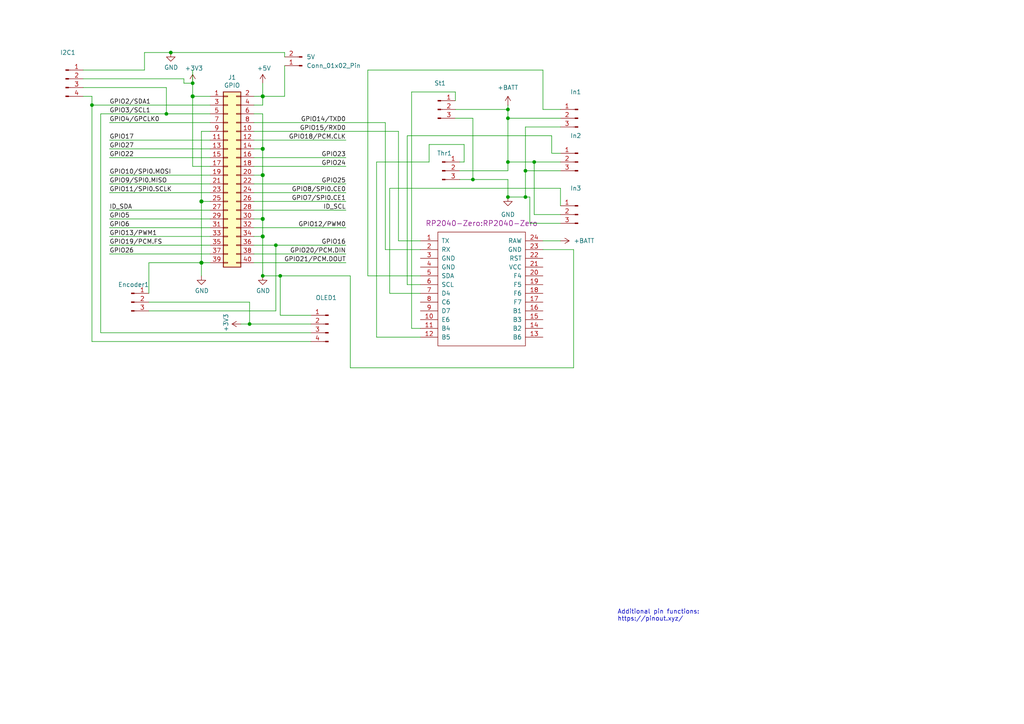
<source format=kicad_sch>
(kicad_sch (version 20231120) (generator "eeschema") (generator_version "8.0")
  (paper "A4")
  (title_block (date "15 nov 2012"))
  (lib_symbols
    (symbol "Connector:Conn_01x02_Pin" (pin_names (offset 1.016) hide)
      (property "Reference" "J" (at 0 2.54 0))
      (property "Value" "Conn_01x02_Pin" (at 0 -5.08 0))
      (symbol "Conn_01x02_Pin_1_1"
        (polyline (pts (xy 1.27 -2.54) (xy 0.8636 -2.54)) (stroke (width 0.1524)))
        (polyline (pts (xy 1.27 0) (xy 0.8636 0)) (stroke (width 0.1524)))
        (rectangle (start 0.8636 -2.413) (end 0 -2.667) (stroke (width 0.1524)) (fill (type outline)))
        (rectangle (start 0.8636 0.127) (end 0 -0.127) (stroke (width 0.1524)) (fill (type outline)))
        (pin passive line (at 5.08 0 180) (length 3.81) (name "Pin_1") (number "1"))
        (pin passive line (at 5.08 -2.54 180) (length 3.81) (name "Pin_2") (number "2"))
      )
    )
    (symbol "Connector:Conn_01x03_Pin" (pin_names (offset 1.016) hide)
      (property "Reference" "J" (at 0 5.08 0))
      (property "Value" "Conn_01x03_Pin" (at 0 -5.08 0))
      (symbol "Conn_01x03_Pin_1_1"
        (polyline (pts (xy 1.27 -2.54) (xy 0.8636 -2.54)) (stroke (width 0.1524)))
        (polyline (pts (xy 1.27 0) (xy 0.8636 0)) (stroke (width 0.1524)))
        (polyline (pts (xy 1.27 2.54) (xy 0.8636 2.54)) (stroke (width 0.1524)))
        (rectangle (start 0.8636 -2.413) (end 0 -2.667) (stroke (width 0.1524)) (fill (type outline)))
        (rectangle (start 0.8636 0.127) (end 0 -0.127) (stroke (width 0.1524)) (fill (type outline)))
        (rectangle (start 0.8636 2.667) (end 0 2.413) (stroke (width 0.1524)) (fill (type outline)))
        (pin passive line (at 5.08 2.54 180) (length 3.81) (name "Pin_1") (number "1"))
        (pin passive line (at 5.08 0 180) (length 3.81) (name "Pin_2") (number "2"))
        (pin passive line (at 5.08 -2.54 180) (length 3.81) (name "Pin_3") (number "3"))
      )
    )
    (symbol "Connector:Conn_01x04_Pin" (pin_names (offset 1.016) hide)
      (property "Reference" "J" (at 0 5.08 0))
      (property "Value" "Conn_01x04_Pin" (at 0 -7.62 0))
      (symbol "Conn_01x04_Pin_1_1"
        (polyline (pts (xy 1.27 -5.08) (xy 0.8636 -5.08)) (stroke (width 0.1524)))
        (polyline (pts (xy 1.27 -2.54) (xy 0.8636 -2.54)) (stroke (width 0.1524)))
        (polyline (pts (xy 1.27 0) (xy 0.8636 0)) (stroke (width 0.1524)))
        (polyline (pts (xy 1.27 2.54) (xy 0.8636 2.54)) (stroke (width 0.1524)))
        (rectangle (start 0.8636 -4.953) (end 0 -5.207) (stroke (width 0.1524)) (fill (type outline)))
        (rectangle (start 0.8636 -2.413) (end 0 -2.667) (stroke (width 0.1524)) (fill (type outline)))
        (rectangle (start 0.8636 0.127) (end 0 -0.127) (stroke (width 0.1524)) (fill (type outline)))
        (rectangle (start 0.8636 2.667) (end 0 2.413) (stroke (width 0.1524)) (fill (type outline)))
        (pin passive line (at 5.08 2.54 180) (length 3.81) (name "Pin_1") (number "1"))
        (pin passive line (at 5.08 0 180) (length 3.81) (name "Pin_2") (number "2"))
        (pin passive line (at 5.08 -2.54 180) (length 3.81) (name "Pin_3") (number "3"))
        (pin passive line (at 5.08 -5.08 180) (length 3.81) (name "Pin_4") (number "4"))
      )
    )
    (symbol "Connector_Generic:Conn_02x20_Odd_Even" (pin_names (offset 1.016) hide)
      (property "Reference" "J" (at 1.27 25.4 0))
      (property "Value" "Conn_02x20_Odd_Even" (at 1.27 -27.94 0))
      (symbol "Conn_02x20_Odd_Even_1_1"
        (rectangle (start -1.27 -25.273) (end 0 -25.527) (stroke (width 0.1524)))
        (rectangle (start -1.27 -22.733) (end 0 -22.987) (stroke (width 0.1524)))
        (rectangle (start -1.27 -20.193) (end 0 -20.447) (stroke (width 0.1524)))
        (rectangle (start -1.27 -17.653) (end 0 -17.907) (stroke (width 0.1524)))
        (rectangle (start -1.27 -15.113) (end 0 -15.367) (stroke (width 0.1524)))
        (rectangle (start -1.27 -12.573) (end 0 -12.827) (stroke (width 0.1524)))
        (rectangle (start -1.27 -10.033) (end 0 -10.287) (stroke (width 0.1524)))
        (rectangle (start -1.27 -7.493) (end 0 -7.747) (stroke (width 0.1524)))
        (rectangle (start -1.27 -4.953) (end 0 -5.207) (stroke (width 0.1524)))
        (rectangle (start -1.27 -2.413) (end 0 -2.667) (stroke (width 0.1524)))
        (rectangle (start -1.27 0.127) (end 0 -0.127) (stroke (width 0.1524)))
        (rectangle (start -1.27 2.667) (end 0 2.413) (stroke (width 0.1524)))
        (rectangle (start -1.27 5.207) (end 0 4.953) (stroke (width 0.1524)))
        (rectangle (start -1.27 7.747) (end 0 7.493) (stroke (width 0.1524)))
        (rectangle (start -1.27 10.287) (end 0 10.033) (stroke (width 0.1524)))
        (rectangle (start -1.27 12.827) (end 0 12.573) (stroke (width 0.1524)))
        (rectangle (start -1.27 15.367) (end 0 15.113) (stroke (width 0.1524)))
        (rectangle (start -1.27 17.907) (end 0 17.653) (stroke (width 0.1524)))
        (rectangle (start -1.27 20.447) (end 0 20.193) (stroke (width 0.1524)))
        (rectangle (start -1.27 22.987) (end 0 22.733) (stroke (width 0.1524)))
        (rectangle (start -1.27 24.13) (end 3.81 -26.67) (stroke (width 0.254)) (fill (type background)))
        (rectangle (start 3.81 -25.273) (end 2.54 -25.527) (stroke (width 0.1524)))
        (rectangle (start 3.81 -22.733) (end 2.54 -22.987) (stroke (width 0.1524)))
        (rectangle (start 3.81 -20.193) (end 2.54 -20.447) (stroke (width 0.1524)))
        (rectangle (start 3.81 -17.653) (end 2.54 -17.907) (stroke (width 0.1524)))
        (rectangle (start 3.81 -15.113) (end 2.54 -15.367) (stroke (width 0.1524)))
        (rectangle (start 3.81 -12.573) (end 2.54 -12.827) (stroke (width 0.1524)))
        (rectangle (start 3.81 -10.033) (end 2.54 -10.287) (stroke (width 0.1524)))
        (rectangle (start 3.81 -7.493) (end 2.54 -7.747) (stroke (width 0.1524)))
        (rectangle (start 3.81 -4.953) (end 2.54 -5.207) (stroke (width 0.1524)))
        (rectangle (start 3.81 -2.413) (end 2.54 -2.667) (stroke (width 0.1524)))
        (rectangle (start 3.81 0.127) (end 2.54 -0.127) (stroke (width 0.1524)))
        (rectangle (start 3.81 2.667) (end 2.54 2.413) (stroke (width 0.1524)))
        (rectangle (start 3.81 5.207) (end 2.54 4.953) (stroke (width 0.1524)))
        (rectangle (start 3.81 7.747) (end 2.54 7.493) (stroke (width 0.1524)))
        (rectangle (start 3.81 10.287) (end 2.54 10.033) (stroke (width 0.1524)))
        (rectangle (start 3.81 12.827) (end 2.54 12.573) (stroke (width 0.1524)))
        (rectangle (start 3.81 15.367) (end 2.54 15.113) (stroke (width 0.1524)))
        (rectangle (start 3.81 17.907) (end 2.54 17.653) (stroke (width 0.1524)))
        (rectangle (start 3.81 20.447) (end 2.54 20.193) (stroke (width 0.1524)))
        (rectangle (start 3.81 22.987) (end 2.54 22.733) (stroke (width 0.1524)))
        (pin passive line (at -5.08 22.86 0) (length 3.81) (name "Pin_1") (number "1"))
        (pin passive line (at 7.62 12.7 180) (length 3.81) (name "Pin_10") (number "10"))
        (pin passive line (at -5.08 10.16 0) (length 3.81) (name "Pin_11") (number "11"))
        (pin passive line (at 7.62 10.16 180) (length 3.81) (name "Pin_12") (number "12"))
        (pin passive line (at -5.08 7.62 0) (length 3.81) (name "Pin_13") (number "13"))
        (pin passive line (at 7.62 7.62 180) (length 3.81) (name "Pin_14") (number "14"))
        (pin passive line (at -5.08 5.08 0) (length 3.81) (name "Pin_15") (number "15"))
        (pin passive line (at 7.62 5.08 180) (length 3.81) (name "Pin_16") (number "16"))
        (pin passive line (at -5.08 2.54 0) (length 3.81) (name "Pin_17") (number "17"))
        (pin passive line (at 7.62 2.54 180) (length 3.81) (name "Pin_18") (number "18"))
        (pin passive line (at -5.08 0 0) (length 3.81) (name "Pin_19") (number "19"))
        (pin passive line (at 7.62 22.86 180) (length 3.81) (name "Pin_2") (number "2"))
        (pin passive line (at 7.62 0 180) (length 3.81) (name "Pin_20") (number "20"))
        (pin passive line (at -5.08 -2.54 0) (length 3.81) (name "Pin_21") (number "21"))
        (pin passive line (at 7.62 -2.54 180) (length 3.81) (name "Pin_22") (number "22"))
        (pin passive line (at -5.08 -5.08 0) (length 3.81) (name "Pin_23") (number "23"))
        (pin passive line (at 7.62 -5.08 180) (length 3.81) (name "Pin_24") (number "24"))
        (pin passive line (at -5.08 -7.62 0) (length 3.81) (name "Pin_25") (number "25"))
        (pin passive line (at 7.62 -7.62 180) (length 3.81) (name "Pin_26") (number "26"))
        (pin passive line (at -5.08 -10.16 0) (length 3.81) (name "Pin_27") (number "27"))
        (pin passive line (at 7.62 -10.16 180) (length 3.81) (name "Pin_28") (number "28"))
        (pin passive line (at -5.08 -12.7 0) (length 3.81) (name "Pin_29") (number "29"))
        (pin passive line (at -5.08 20.32 0) (length 3.81) (name "Pin_3") (number "3"))
        (pin passive line (at 7.62 -12.7 180) (length 3.81) (name "Pin_30") (number "30"))
        (pin passive line (at -5.08 -15.24 0) (length 3.81) (name "Pin_31") (number "31"))
        (pin passive line (at 7.62 -15.24 180) (length 3.81) (name "Pin_32") (number "32"))
        (pin passive line (at -5.08 -17.78 0) (length 3.81) (name "Pin_33") (number "33"))
        (pin passive line (at 7.62 -17.78 180) (length 3.81) (name "Pin_34") (number "34"))
        (pin passive line (at -5.08 -20.32 0) (length 3.81) (name "Pin_35") (number "35"))
        (pin passive line (at 7.62 -20.32 180) (length 3.81) (name "Pin_36") (number "36"))
        (pin passive line (at -5.08 -22.86 0) (length 3.81) (name "Pin_37") (number "37"))
        (pin passive line (at 7.62 -22.86 180) (length 3.81) (name "Pin_38") (number "38"))
        (pin passive line (at -5.08 -25.4 0) (length 3.81) (name "Pin_39") (number "39"))
        (pin passive line (at 7.62 20.32 180) (length 3.81) (name "Pin_4") (number "4"))
        (pin passive line (at 7.62 -25.4 180) (length 3.81) (name "Pin_40") (number "40"))
        (pin passive line (at -5.08 17.78 0) (length 3.81) (name "Pin_5") (number "5"))
        (pin passive line (at 7.62 17.78 180) (length 3.81) (name "Pin_6") (number "6"))
        (pin passive line (at -5.08 15.24 0) (length 3.81) (name "Pin_7") (number "7"))
        (pin passive line (at 7.62 15.24 180) (length 3.81) (name "Pin_8") (number "8"))
        (pin passive line (at -5.08 12.7 0) (length 3.81) (name "Pin_9") (number "9"))
      )
    )
    (symbol "GND_1" (power) (pin_numbers hide) (pin_names (offset 0) hide)
      (property "Value" "GND" (at 0 -3.81 0))
      (symbol "GND_1_0_1"
        (polyline (pts (xy 0 0) (xy 0 -1.27) (xy 1.27 -1.27) (xy 0 -2.54) (xy -1.27 -1.27) (xy 0 -1.27)))
      )
      (symbol "GND_1_1_1"
        (pin power_in line (at 0 0 270) (length 0) (name "~") (number "1"))
      )
    )
    (symbol "power:+3.3V" (power) (pin_names (offset 0))
      (property "Value" "+3.3V" (at 0 3.556 0))
      (symbol "+3.3V_0_1"
        (polyline (pts (xy -0.762 1.27) (xy 0 2.54)))
        (polyline (pts (xy 0 0) (xy 0 2.54)))
        (polyline (pts (xy 0 2.54) (xy 0.762 1.27)))
      )
      (symbol "+3.3V_1_1"
        (pin power_in line (at 0 0 90) (length 0) hide (name "+3V3") (number "1"))
      )
    )
    (symbol "power:+5V" (power) (pin_names (offset 0))
      (property "Value" "+5V" (at 0 3.556 0))
      (symbol "+5V_0_1"
        (polyline (pts (xy -0.762 1.27) (xy 0 2.54)))
        (polyline (pts (xy 0 0) (xy 0 2.54)))
        (polyline (pts (xy 0 2.54) (xy 0.762 1.27)))
      )
      (symbol "+5V_1_1"
        (pin power_in line (at 0 0 90) (length 0) hide (name "+5V") (number "1"))
      )
    )
    (symbol "power:+BATT" (power) (pin_numbers hide) (pin_names (offset 0) hide)
      (property "Value" "+BATT" (at 0 3.556 0))
      (symbol "+BATT_0_1"
        (polyline (pts (xy -0.762 1.27) (xy 0 2.54)))
        (polyline (pts (xy 0 0) (xy 0 2.54)))
        (polyline (pts (xy 0 2.54) (xy 0.762 1.27)))
      )
      (symbol "+BATT_1_1"
        (pin power_in line (at 0 0 90) (length 0) (name "~") (number "1"))
      )
    )
    (symbol "power:GND" (power) (pin_names (offset 0))
      (property "Value" "GND" (at 0 -3.81 0))
      (symbol "GND_0_1"
        (polyline (pts (xy 0 0) (xy 0 -1.27) (xy 1.27 -1.27) (xy 0 -2.54) (xy -1.27 -1.27) (xy 0 -1.27)))
      )
      (symbol "GND_1_1"
        (pin power_in line (at 0 0 270) (length 0) hide (name "GND") (number "1"))
      )
    )
    (symbol "promicro:ProMicro" (pin_names (offset 1.016))
      (property "Reference" "U" (at 0 24.13 0))
      (property "Value" "ProMicro" (at 0 -13.97 0))
      (symbol "ProMicro_0_1"
        (rectangle (start -12.7 21.59) (end 12.7 -11.43))
      )
      (symbol "ProMicro_1_1"
        (pin bidirectional line (at -17.78 19.05 0) (length 5.08) (name "TX") (number "1"))
        (pin bidirectional line (at -17.78 -3.81 0) (length 5.08) (name "E6") (number "10"))
        (pin bidirectional line (at -17.78 -6.35 0) (length 5.08) (name "B4") (number "11"))
        (pin bidirectional line (at -17.78 -8.89 0) (length 5.08) (name "B5") (number "12"))
        (pin bidirectional line (at 17.78 -8.89 180) (length 5.08) (name "B6") (number "13"))
        (pin bidirectional line (at 17.78 -6.35 180) (length 5.08) (name "B2") (number "14"))
        (pin bidirectional line (at 17.78 -3.81 180) (length 5.08) (name "B3") (number "15"))
        (pin bidirectional line (at 17.78 -1.27 180) (length 5.08) (name "B1") (number "16"))
        (pin bidirectional line (at 17.78 1.27 180) (length 5.08) (name "F7") (number "17"))
        (pin bidirectional line (at 17.78 3.81 180) (length 5.08) (name "F6") (number "18"))
        (pin bidirectional line (at 17.78 6.35 180) (length 5.08) (name "F5") (number "19"))
        (pin bidirectional line (at -17.78 16.51 0) (length 5.08) (name "RX") (number "2"))
        (pin bidirectional line (at 17.78 8.89 180) (length 5.08) (name "F4") (number "20"))
        (pin power_in line (at 17.78 11.43 180) (length 5.08) (name "VCC") (number "21"))
        (pin input line (at 17.78 13.97 180) (length 5.08) (name "RST") (number "22"))
        (pin power_in line (at 17.78 16.51 180) (length 5.08) (name "GND") (number "23"))
        (pin power_out line (at 17.78 19.05 180) (length 5.08) (name "RAW") (number "24"))
        (pin power_in line (at -17.78 13.97 0) (length 5.08) (name "GND") (number "3"))
        (pin power_in line (at -17.78 11.43 0) (length 5.08) (name "GND") (number "4"))
        (pin bidirectional line (at -17.78 8.89 0) (length 5.08) (name "SDA") (number "5"))
        (pin bidirectional line (at -17.78 6.35 0) (length 5.08) (name "SCL") (number "6"))
        (pin bidirectional line (at -17.78 3.81 0) (length 5.08) (name "D4") (number "7"))
        (pin bidirectional line (at -17.78 1.27 0) (length 5.08) (name "C6") (number "8"))
        (pin bidirectional line (at -17.78 -1.27 0) (length 5.08) (name "D7") (number "9"))
      )
    )
  )
  (junction (at 76.2 27.94) (diameter 1.016))
  (junction (at 76.2 43.18) (diameter 1.016))
  (junction (at 147.32 31.75))
  (junction (at 80.01 71.12))
  (junction (at 76.2 80.01))
  (junction (at 58.42 76.2) (diameter 1.016))
  (junction (at 55.88 24.13))
  (junction (at 58.42 58.42) (diameter 1.016))
  (junction (at 154.94 46.99))
  (junction (at 76.2 68.58) (diameter 1.016))
  (junction (at 48.26 33.02))
  (junction (at 147.32 34.29))
  (junction (at 152.4 49.53))
  (junction (at 76.2 63.5) (diameter 1.016))
  (junction (at 76.2 50.8) (diameter 1.016))
  (junction (at 26.67 30.48))
  (junction (at 147.32 46.99))
  (junction (at 137.16 52.07))
  (junction (at 72.39 93.98))
  (junction (at 152.4 57.15))
  (junction (at 81.28 80.01))
  (junction (at 147.32 57.15))
  (junction (at 55.88 27.94) (diameter 1.016))
  (junction (at 49.53 15.24))
  (wire (pts (xy 58.42 58.42) (xy 58.42 76.2)))
  (wire (pts (xy 73.66 58.42) (xy 100.33 58.42)))
  (wire (pts (xy 121.92 69.85) (xy 115.57 69.85)))
  (wire (pts (xy 60.96 40.64) (xy 31.75 40.64)))
  (wire (pts (xy 121.92 82.55) (xy 118.11 82.55)))
  (wire (pts (xy 76.2 33.02) (xy 76.2 43.18)))
  (wire (pts (xy 76.2 27.94) (xy 82.55 27.94)))
  (wire (pts (xy 118.11 82.55) (xy 118.11 39.37)))
  (wire (pts (xy 76.2 50.8) (xy 73.66 50.8)))
  (wire (pts (xy 124.46 46.99) (xy 124.46 41.91)))
  (wire (pts (xy 157.48 69.85) (xy 162.56 69.85)))
  (wire (pts (xy 121.92 85.09) (xy 113.03 85.09)))
  (wire (pts (xy 119.38 26.67) (xy 119.38 95.25)))
  (wire (pts (xy 76.2 63.5) (xy 76.2 68.58)))
  (wire (pts (xy 53.34 24.13) (xy 55.88 24.13)))
  (wire (pts (xy 80.01 71.12) (xy 100.33 71.12)))
  (wire (pts (xy 154.94 46.99) (xy 162.56 46.99)))
  (wire (pts (xy 82.55 15.24) (xy 82.55 16.51)))
  (wire (pts (xy 76.2 50.8) (xy 76.2 63.5)))
  (wire (pts (xy 162.56 54.61) (xy 162.56 59.69)))
  (wire (pts (xy 73.66 35.56) (xy 111.76 35.56)))
  (wire (pts (xy 58.42 38.1) (xy 58.42 58.42)))
  (wire (pts (xy 147.32 30.48) (xy 147.32 31.75)))
  (wire (pts (xy 81.28 80.01) (xy 101.6 80.01)))
  (wire (pts (xy 152.4 49.53) (xy 162.56 49.53)))
  (wire (pts (xy 166.37 72.39) (xy 157.48 72.39)))
  (wire (pts (xy 58.42 38.1) (xy 60.96 38.1)))
  (wire (pts (xy 73.66 55.88) (xy 100.33 55.88)))
  (wire (pts (xy 60.96 60.96) (xy 31.75 60.96)))
  (wire (pts (xy 41.91 20.32) (xy 41.91 15.24)))
  (wire (pts (xy 31.75 63.5) (xy 60.96 63.5)))
  (wire (pts (xy 43.18 87.63) (xy 72.39 87.63)))
  (wire (pts (xy 157.48 20.32) (xy 157.48 31.75)))
  (wire (pts (xy 152.4 49.53) (xy 152.4 36.83)))
  (wire (pts (xy 58.42 58.42) (xy 60.96 58.42)))
  (wire (pts (xy 101.6 80.01) (xy 101.6 106.68)))
  (wire (pts (xy 73.66 45.72) (xy 100.33 45.72)))
  (wire (pts (xy 43.18 90.17) (xy 80.01 90.17)))
  (wire (pts (xy 133.35 52.07) (xy 137.16 52.07)))
  (wire (pts (xy 147.32 34.29) (xy 147.32 46.99)))
  (wire (pts (xy 147.32 46.99) (xy 147.32 49.53)))
  (wire (pts (xy 49.53 15.24) (xy 82.55 15.24)))
  (wire (pts (xy 111.76 72.39) (xy 121.92 72.39)))
  (wire (pts (xy 80.01 90.17) (xy 80.01 71.12)))
  (wire (pts (xy 73.66 76.2) (xy 100.33 76.2)))
  (wire (pts (xy 58.42 76.2) (xy 58.42 80.01)))
  (wire (pts (xy 31.75 43.18) (xy 60.96 43.18)))
  (wire (pts (xy 55.88 20.32) (xy 55.88 24.13)))
  (wire (pts (xy 153.67 64.77) (xy 162.56 64.77)))
  (wire (pts (xy 137.16 52.07) (xy 147.32 52.07)))
  (wire (pts (xy 121.92 80.01) (xy 106.68 80.01)))
  (wire (pts (xy 24.13 25.4) (xy 48.26 25.4)))
  (wire (pts (xy 76.2 68.58) (xy 73.66 68.58)))
  (wire (pts (xy 109.22 46.99) (xy 124.46 46.99)))
  (wire (pts (xy 26.67 30.48) (xy 26.67 99.06)))
  (wire (pts (xy 152.4 36.83) (xy 162.56 36.83)))
  (wire (pts (xy 31.75 55.88) (xy 60.96 55.88)))
  (wire (pts (xy 133.35 49.53) (xy 147.32 49.53)))
  (wire (pts (xy 55.88 48.26) (xy 60.96 48.26)))
  (wire (pts (xy 154.94 62.23) (xy 154.94 46.99)))
  (wire (pts (xy 109.22 97.79) (xy 109.22 46.99)))
  (wire (pts (xy 124.46 41.91) (xy 134.62 41.91)))
  (wire (pts (xy 76.2 27.94) (xy 76.2 30.48)))
  (wire (pts (xy 76.2 43.18) (xy 76.2 50.8)))
  (wire (pts (xy 73.66 40.64) (xy 100.33 40.64)))
  (wire (pts (xy 48.26 25.4) (xy 48.26 33.02)))
  (wire (pts (xy 76.2 43.18) (xy 73.66 43.18)))
  (wire (pts (xy 106.68 80.01) (xy 106.68 20.32)))
  (wire (pts (xy 26.67 27.94) (xy 26.67 30.48)))
  (wire (pts (xy 113.03 54.61) (xy 162.56 54.61)))
  (wire (pts (xy 76.2 24.13) (xy 76.2 27.94)))
  (wire (pts (xy 111.76 35.56) (xy 111.76 72.39)))
  (wire (pts (xy 147.32 34.29) (xy 162.56 34.29)))
  (wire (pts (xy 31.75 35.56) (xy 60.96 35.56)))
  (wire (pts (xy 76.2 27.94) (xy 73.66 27.94)))
  (wire (pts (xy 147.32 31.75) (xy 147.32 34.29)))
  (wire (pts (xy 55.88 27.94) (xy 55.88 48.26)))
  (wire (pts (xy 29.21 33.02) (xy 48.26 33.02)))
  (wire (pts (xy 73.66 48.26) (xy 100.33 48.26)))
  (wire (pts (xy 26.67 99.06) (xy 90.17 99.06)))
  (wire (pts (xy 73.66 38.1) (xy 115.57 38.1)))
  (wire (pts (xy 69.85 93.98) (xy 72.39 93.98)))
  (wire (pts (xy 160.02 44.45) (xy 162.56 44.45)))
  (wire (pts (xy 137.16 52.07) (xy 137.16 34.29)))
  (wire (pts (xy 118.11 39.37) (xy 160.02 39.37)))
  (wire (pts (xy 31.75 45.72) (xy 60.96 45.72)))
  (wire (pts (xy 31.75 53.34) (xy 60.96 53.34)))
  (wire (pts (xy 113.03 85.09) (xy 113.03 54.61)))
  (wire (pts (xy 166.37 106.68) (xy 166.37 72.39)))
  (wire (pts (xy 55.88 24.13) (xy 55.88 27.94)))
  (wire (pts (xy 31.75 66.04) (xy 60.96 66.04)))
  (wire (pts (xy 132.08 26.67) (xy 119.38 26.67)))
  (wire (pts (xy 157.48 31.75) (xy 162.56 31.75)))
  (wire (pts (xy 24.13 20.32) (xy 41.91 20.32)))
  (wire (pts (xy 76.2 30.48) (xy 73.66 30.48)))
  (wire (pts (xy 29.21 96.52) (xy 29.21 33.02)))
  (wire (pts (xy 154.94 62.23) (xy 162.56 62.23)))
  (wire (pts (xy 31.75 71.12) (xy 60.96 71.12)))
  (wire (pts (xy 134.62 41.91) (xy 134.62 46.99)))
  (wire (pts (xy 73.66 71.12) (xy 80.01 71.12)))
  (wire (pts (xy 132.08 29.21) (xy 132.08 26.67)))
  (wire (pts (xy 73.66 66.04) (xy 100.33 66.04)))
  (wire (pts (xy 147.32 46.99) (xy 154.94 46.99)))
  (wire (pts (xy 81.28 91.44) (xy 81.28 80.01)))
  (wire (pts (xy 58.42 76.2) (xy 60.96 76.2)))
  (wire (pts (xy 72.39 87.63) (xy 72.39 93.98)))
  (wire (pts (xy 73.66 73.66) (xy 100.33 73.66)))
  (wire (pts (xy 121.92 97.79) (xy 109.22 97.79)))
  (wire (pts (xy 76.2 33.02) (xy 73.66 33.02)))
  (wire (pts (xy 31.75 73.66) (xy 60.96 73.66)))
  (wire (pts (xy 41.91 15.24) (xy 49.53 15.24)))
  (wire (pts (xy 24.13 22.86) (xy 53.34 22.86)))
  (wire (pts (xy 134.62 46.99) (xy 133.35 46.99)))
  (wire (pts (xy 58.42 76.2) (xy 43.18 76.2)))
  (wire (pts (xy 132.08 31.75) (xy 147.32 31.75)))
  (wire (pts (xy 147.32 57.15) (xy 147.32 52.07)))
  (wire (pts (xy 53.34 22.86) (xy 53.34 24.13)))
  (wire (pts (xy 26.67 30.48) (xy 60.96 30.48)))
  (wire (pts (xy 137.16 34.29) (xy 132.08 34.29)))
  (wire (pts (xy 101.6 106.68) (xy 166.37 106.68)))
  (wire (pts (xy 76.2 68.58) (xy 76.2 80.01)))
  (wire (pts (xy 73.66 53.34) (xy 100.33 53.34)))
  (wire (pts (xy 60.96 68.58) (xy 31.75 68.58)))
  (wire (pts (xy 147.32 57.15) (xy 152.4 57.15)))
  (wire (pts (xy 43.18 76.2) (xy 43.18 85.09)))
  (wire (pts (xy 48.26 33.02) (xy 60.96 33.02)))
  (wire (pts (xy 106.68 20.32) (xy 157.48 20.32)))
  (wire (pts (xy 160.02 39.37) (xy 160.02 44.45)))
  (wire (pts (xy 152.4 57.15) (xy 152.4 49.53)))
  (wire (pts (xy 152.4 57.15) (xy 153.67 57.15)))
  (wire (pts (xy 81.28 91.44) (xy 90.17 91.44)))
  (wire (pts (xy 76.2 63.5) (xy 73.66 63.5)))
  (wire (pts (xy 24.13 27.94) (xy 26.67 27.94)))
  (wire (pts (xy 55.88 27.94) (xy 60.96 27.94)))
  (wire (pts (xy 72.39 93.98) (xy 90.17 93.98)))
  (wire (pts (xy 115.57 69.85) (xy 115.57 38.1)))
  (wire (pts (xy 153.67 57.15) (xy 153.67 64.77)))
  (wire (pts (xy 90.17 96.52) (xy 29.21 96.52)))
  (wire (pts (xy 60.96 50.8) (xy 31.75 50.8)))
  (wire (pts (xy 73.66 60.96) (xy 100.33 60.96)))
  (wire (pts (xy 76.2 80.01) (xy 81.28 80.01)))
  (wire (pts (xy 119.38 95.25) (xy 121.92 95.25)))
  (wire (pts (xy 82.55 19.05) (xy 82.55 27.94)))
  (text "Additional pin functions:\nhttps://pinout.xyz/" (at 179.07 180.34 0) (effects (font (size 1.27 1.27)) (justify left bottom)))
  (label "ID_SDA" (at 31.75 60.96 0))
  (label "GPIO6" (at 31.75 66.04 0))
  (label "ID_SCL" (at 100.33 60.96 180))
  (label "GPIO5" (at 31.75 63.5 0))
  (label "GPIO21{slash}PCM.DOUT" (at 100.33 76.2 180))
  (label "GPIO19{slash}PCM.FS" (at 31.75 71.12 0))
  (label "GPIO10{slash}SPI0.MOSI" (at 31.75 50.8 0))
  (label "GPIO9{slash}SPI0.MISO" (at 31.75 53.34 0))
  (label "GPIO23" (at 100.33 45.72 180))
  (label "GPIO4{slash}GPCLK0" (at 31.75 35.56 0))
  (label "GPIO27" (at 31.75 43.18 0))
  (label "GPIO26" (at 31.75 73.66 0))
  (label "GPIO14{slash}TXD0" (at 100.33 35.56 180))
  (label "GPIO8{slash}SPI0.CE0" (at 100.33 55.88 180))
  (label "GPIO15{slash}RXD0" (at 100.33 38.1 180))
  (label "GPIO16" (at 100.33 71.12 180))
  (label "GPIO22" (at 31.75 45.72 0))
  (label "GPIO2{slash}SDA1" (at 31.75 30.48 0))
  (label "GPIO17" (at 31.75 40.64 0))
  (label "GPIO25" (at 100.33 53.34 180))
  (label "GPIO3{slash}SCL1" (at 31.75 33.02 0))
  (label "GPIO18{slash}PCM.CLK" (at 100.33 40.64 180))
  (label "GPIO12{slash}PWM0" (at 100.33 66.04 180))
  (label "GPIO13{slash}PWM1" (at 31.75 68.58 0))
  (label "GPIO20{slash}PCM.DIN" (at 100.33 73.66 180))
  (label "GPIO24" (at 100.33 48.26 180))
  (label "GPIO7{slash}SPI0.CE1" (at 100.33 58.42 180))
  (label "GPIO11{slash}SPI0.SCLK" (at 31.75 55.88 0))
  (symbol (lib_id "power:+5V") (at 76.2 24.13 0) (unit 1)
    (property "Reference" "#PWR01" (effects (hide yes)))
    (property "Value" "+5V" (at 76.5683 19.8056 0))
  )
  (symbol (lib_id "power:+3.3V") (at 55.88 24.13 0) (unit 1)
    (property "Reference" "#PWR04" (effects (hide yes)))
    (property "Value" "+3V3" (at 56.2483 19.8056 0))
  )
  (symbol (lib_id "power:GND") (at 76.2 80.01 0) (unit 1)
    (property "Reference" "#PWR02" (effects (hide yes)))
    (property "Value" "GND" (at 76.3143 84.3344 0))
  )
  (symbol (lib_id "power:GND") (at 58.42 80.01 0) (unit 1)
    (property "Reference" "#PWR03" (effects (hide yes)))
    (property "Value" "GND" (at 58.5343 84.3344 0))
  )
  (symbol (lib_id "Connector_Generic:Conn_02x20_Odd_Even") (at 66.04 50.8 0) (unit 1)
    (property "Reference" "J1" (at 67.31 22.4598 0))
    (property "Value" "GPIO" (at 67.31 24.765 0))
    (property "Footprint" "Connector_PinSocket_2.54mm:PinSocket_2x20_P2.54mm_Vertical" (effects (hide yes)))
  )
  (symbol (lib_name "GND_1") (lib_id "power:GND") (at 147.32 57.15 0) (unit 1)
    (property "Reference" "#PWR06" (effects (hide yes)))
    (property "Value" "GND" (at 147.32 62.23 0))
    (property "Description" "Power symbol creates a global label with name \"GND\" , ground" (effects (hide yes)))
  )
  (symbol (lib_id "Connector:Conn_01x03_Pin") (at 128.27 49.53 0) (unit 1)
    (property "Reference" "Thr1" (at 128.905 44.45 0))
    (property "Value" "Conn_01x03_Pin" (effects (hide yes)))
    (property "Footprint" "Connector_PinHeader_2.54mm:PinHeader_1x03_P2.54mm_Vertical" (effects (hide yes)))
    (property "Description" "Generic connector, single row, 01x03, script generated" (effects (hide yes)))
  )
  (symbol (lib_id "promicro:ProMicro") (at 139.7 88.9 0) (unit 1)
    (property "Reference" "U1" (effects (hide yes)))
    (property "Value" "ProMicro" (effects (hide yes)))
    (property "Footprint" "RP2040-Zero:RP2040-Zero" (at 139.7 64.77 0) (effects (font (size 1.524 1.524))))
  )
  (symbol (lib_id "power:+3.3V") (at 69.85 93.98 90) (unit 1)
    (property "Reference" "#PWR07" (effects (hide yes)))
    (property "Value" "+3V3" (at 65.5256 93.6117 0))
  )
  (symbol (lib_id "power:GND") (at 49.53 15.24 0) (unit 1)
    (property "Reference" "#PWR09" (effects (hide yes)))
    (property "Value" "GND" (at 49.6443 19.5644 0))
  )
  (symbol (lib_id "Connector:Conn_01x03_Pin") (at 127 31.75 0) (unit 1)
    (property "Reference" "St1" (at 127.635 24.13 0))
    (property "Value" "Conn_01x03_Pin" (effects (hide yes)))
    (property "Footprint" "Connector_PinHeader_2.54mm:PinHeader_1x03_P2.54mm_Vertical" (effects (hide yes)))
    (property "Description" "Generic connector, single row, 01x03, script generated" (effects (hide yes)))
  )
  (symbol (lib_id "Connector:Conn_01x03_Pin") (at 38.1 87.63 0) (unit 1)
    (property "Reference" "Encoder1" (at 38.735 82.55 0))
    (property "Value" "Conn_01x03_Pin" (effects (hide yes)))
    (property "Footprint" "Connector_PinHeader_2.54mm:PinHeader_1x03_P2.54mm_Vertical" (effects (hide yes)))
    (property "Description" "Generic connector, single row, 01x03, script generated" (effects (hide yes)))
  )
  (symbol (lib_id "Connector:Conn_01x04_Pin") (at 19.05 22.86 0) (unit 1)
    (property "Reference" "I2C1" (at 19.685 15.24 0))
    (property "Value" "Conn_01x04_Pin" (effects (hide yes)))
    (property "Footprint" "Connector_PinHeader_2.54mm:PinHeader_1x04_P2.54mm_Vertical" (effects (hide yes)))
    (property "Description" "Generic connector, single row, 01x04, script generated" (effects (hide yes)))
  )
  (symbol (lib_id "Connector:Conn_01x02_Pin") (at 87.63 19.05 180) (unit 1)
    (property "Reference" "5V" (at 88.9 16.5099 0) (effects (justify right)))
    (property "Value" "Conn_01x02_Pin" (at 88.9 19.0499 0) (effects (justify right)))
    (property "Footprint" "Connector_PinHeader_2.54mm:PinHeader_1x02_P2.54mm_Vertical" (effects (hide yes)))
    (property "Description" "Generic connector, single row, 01x02, script generated" (effects (hide yes)))
  )
  (symbol (lib_id "Connector:Conn_01x03_Pin") (at 167.64 62.23 0) (mirror y) (unit 1)
    (property "Reference" "In3" (at 167.005 54.61 0))
    (property "Value" "Conn_01x03_Pin" (effects (hide yes)))
    (property "Footprint" "Connector_PinHeader_2.54mm:PinHeader_1x03_P2.54mm_Vertical" (effects (hide yes)))
    (property "Description" "Generic connector, single row, 01x03, script generated" (effects (hide yes)))
  )
  (symbol (lib_id "Connector:Conn_01x03_Pin") (at 167.64 34.29 0) (mirror y) (unit 1)
    (property "Reference" "In1" (at 167.005 26.67 0))
    (property "Value" "RC 1" (effects (hide yes)))
    (property "Footprint" "Connector_PinHeader_2.54mm:PinHeader_1x03_P2.54mm_Vertical" (effects (hide yes)))
    (property "Description" "Generic connector, single row, 01x03, script generated" (effects (hide yes)))
  )
  (symbol (lib_id "power:+BATT") (at 147.32 30.48 0) (unit 1)
    (property "Reference" "#PWR08" (effects (hide yes)))
    (property "Value" "+BATT" (at 147.32 25.4 0))
    (property "Description" "Power symbol creates a global label with name \"+BATT\"" (effects (hide yes)))
  )
  (symbol (lib_id "Connector:Conn_01x03_Pin") (at 167.64 46.99 0) (mirror y) (unit 1)
    (property "Reference" "In2" (at 167.005 39.37 0))
    (property "Value" "Conn_01x03_Pin" (effects (hide yes)))
    (property "Footprint" "Connector_PinHeader_2.54mm:PinHeader_1x03_P2.54mm_Vertical" (effects (hide yes)))
    (property "Description" "Generic connector, single row, 01x03, script generated" (effects (hide yes)))
  )
  (symbol (lib_id "power:+BATT") (at 162.56 69.85 270) (unit 1)
    (property "Reference" "#PWR05" (effects (hide yes)))
    (property "Value" "+BATT" (at 166.37 69.8499 90) (effects (justify left)))
    (property "Description" "Power symbol creates a global label with name \"+BATT\"" (effects (hide yes)))
  )
  (symbol (lib_id "Connector:Conn_01x04_Pin") (at 95.25 93.98 0) (mirror y) (unit 1)
    (property "Reference" "OLED1" (at 94.615 86.36 0))
    (property "Value" "Conn_01x04_Pin" (effects (hide yes)))
    (property "Footprint" "Connector_PinHeader_2.54mm:PinHeader_1x04_P2.54mm_Vertical" (effects (hide yes)))
    (property "Description" "Generic connector, single row, 01x04, script generated" (effects (hide yes)))
  )
)
</source>
